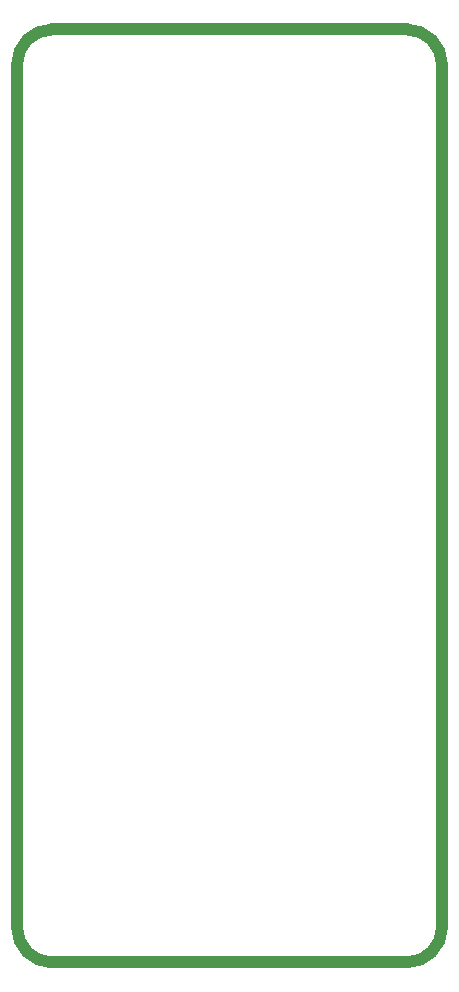
<source format=gbr>
%TF.GenerationSoftware,KiCad,Pcbnew,8.0.5*%
%TF.CreationDate,2024-11-30T13:26:41+01:00*%
%TF.ProjectId,hmi,686d692e-6b69-4636-9164-5f7063625858,rev?*%
%TF.SameCoordinates,Original*%
%TF.FileFunction,Profile,NP*%
%FSLAX46Y46*%
G04 Gerber Fmt 4.6, Leading zero omitted, Abs format (unit mm)*
G04 Created by KiCad (PCBNEW 8.0.5) date 2024-11-30 13:26:41*
%MOMM*%
%LPD*%
G01*
G04 APERTURE LIST*
%TA.AperFunction,Profile*%
%ADD10C,1.000000*%
%TD*%
G04 APERTURE END LIST*
D10*
X71000000Y-73000000D02*
X71000000Y-146000000D01*
X74000000Y-149000000D02*
X104000000Y-149000000D01*
X107000000Y-146000000D02*
G75*
G02*
X104000000Y-149000000I-3000000J0D01*
G01*
X104000000Y-70000000D02*
G75*
G02*
X107000000Y-73000000I0J-3000000D01*
G01*
X104000000Y-70000000D02*
X74000000Y-70000000D01*
X74000000Y-149000000D02*
G75*
G02*
X71000000Y-146000000I0J3000000D01*
G01*
X71000000Y-73000000D02*
G75*
G02*
X74000000Y-70000000I3000000J0D01*
G01*
X107000000Y-146000000D02*
X107000000Y-73000000D01*
M02*

</source>
